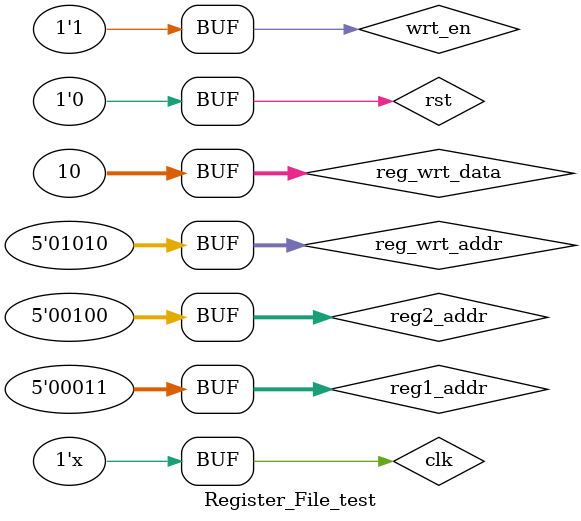
<source format=sv>
`timescale 1ns / 1ps


module Register_File_test();
    logic clk = 0;
    logic rst;
    logic wrt_en;
    logic [4:0] reg1_addr;
    logic [4:0] reg2_addr;
    logic [4:0] reg_wrt_addr;
    logic [31:0] reg_wrt_data;
    logic [31:0] reg1_data;
    logic [31:0] reg2_data;
    
    // Instantiate the ClockGenerator module
    //ClockGenerator #(10) clk_gen (.clk(clk));
    always #10 clk=~clk;

    // Instantiate the reg_array module, using clk from the ClockGenerator
    Register_File dut(
    .clk(clk), // Use the clk signal from the ClockGenerator module
    .rst(rst),
    .wrt_en(wrt_en),
    .reg1_addr(reg1_addr),
    .reg2_addr(reg2_addr),
    .reg_wrt_addr(reg_wrt_addr),
    .reg_wrt_data(reg_wrt_data),
    .reg1_data(reg1_data),
    .reg2_data(reg2_data)
    );

  initial begin
    rst=1;
    #15;
    rst=0;
    wrt_en = 1;
    reg1_addr = 3;
    reg2_addr = 4;
    reg_wrt_addr = 5; // Write to reg1
    reg_wrt_data = 32'h00000001; // Write 1 to reg1
    #20;
    wrt_en=0;
    #10;
    wrt_en=1;
    reg_wrt_addr=10;
    reg_wrt_data=10;
    #10;
  end

endmodule

</source>
